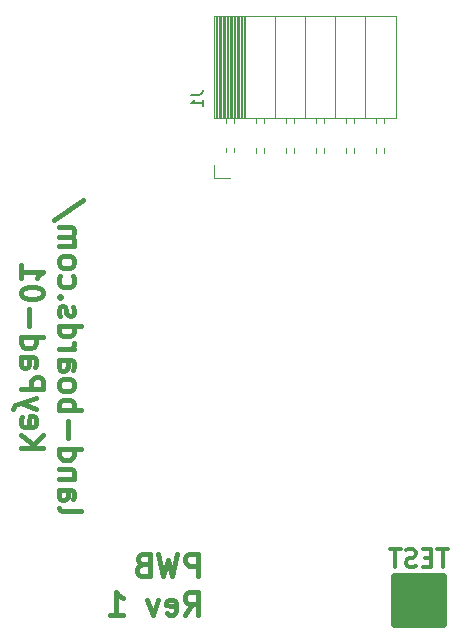
<source format=gbo>
G04 #@! TF.GenerationSoftware,KiCad,Pcbnew,(5.0.2)-1*
G04 #@! TF.CreationDate,2019-09-26T13:37:58-04:00*
G04 #@! TF.ProjectId,JoyPad,4a6f7950-6164-42e6-9b69-6361645f7063,X1*
G04 #@! TF.SameCoordinates,Original*
G04 #@! TF.FileFunction,Legend,Bot*
G04 #@! TF.FilePolarity,Positive*
%FSLAX46Y46*%
G04 Gerber Fmt 4.6, Leading zero omitted, Abs format (unit mm)*
G04 Created by KiCad (PCBNEW (5.0.2)-1) date 9/26/2019 1:37:58 PM*
%MOMM*%
%LPD*%
G01*
G04 APERTURE LIST*
%ADD10C,0.381000*%
%ADD11C,0.120000*%
%ADD12C,0.650000*%
%ADD13C,0.150000*%
%ADD14C,0.304800*%
G04 APERTURE END LIST*
D10*
X17586778Y-42422535D02*
X17586778Y-40517535D01*
X16861064Y-40517535D01*
X16679635Y-40608250D01*
X16588921Y-40698964D01*
X16498207Y-40880392D01*
X16498207Y-41152535D01*
X16588921Y-41333964D01*
X16679635Y-41424678D01*
X16861064Y-41515392D01*
X17586778Y-41515392D01*
X15863207Y-40517535D02*
X15409635Y-42422535D01*
X15046778Y-41061821D01*
X14683921Y-42422535D01*
X14230350Y-40517535D01*
X12869635Y-41424678D02*
X12597492Y-41515392D01*
X12506778Y-41606107D01*
X12416064Y-41787535D01*
X12416064Y-42059678D01*
X12506778Y-42241107D01*
X12597492Y-42331821D01*
X12778921Y-42422535D01*
X13504635Y-42422535D01*
X13504635Y-40517535D01*
X12869635Y-40517535D01*
X12688207Y-40608250D01*
X12597492Y-40698964D01*
X12506778Y-40880392D01*
X12506778Y-41061821D01*
X12597492Y-41243250D01*
X12688207Y-41333964D01*
X12869635Y-41424678D01*
X13504635Y-41424678D01*
X16498207Y-45661035D02*
X17133207Y-44753892D01*
X17586778Y-45661035D02*
X17586778Y-43756035D01*
X16861064Y-43756035D01*
X16679635Y-43846750D01*
X16588921Y-43937464D01*
X16498207Y-44118892D01*
X16498207Y-44391035D01*
X16588921Y-44572464D01*
X16679635Y-44663178D01*
X16861064Y-44753892D01*
X17586778Y-44753892D01*
X14956064Y-45570321D02*
X15137492Y-45661035D01*
X15500350Y-45661035D01*
X15681778Y-45570321D01*
X15772492Y-45388892D01*
X15772492Y-44663178D01*
X15681778Y-44481750D01*
X15500350Y-44391035D01*
X15137492Y-44391035D01*
X14956064Y-44481750D01*
X14865350Y-44663178D01*
X14865350Y-44844607D01*
X15772492Y-45026035D01*
X14230350Y-44391035D02*
X13776778Y-45661035D01*
X13323207Y-44391035D01*
X10148207Y-45661035D02*
X11236778Y-45661035D01*
X10692492Y-45661035D02*
X10692492Y-43756035D01*
X10873921Y-44028178D01*
X11055350Y-44209607D01*
X11236778Y-44300321D01*
X5837464Y-36621357D02*
X5928178Y-36802785D01*
X6109607Y-36893500D01*
X7742464Y-36893500D01*
X5837464Y-35079214D02*
X6835321Y-35079214D01*
X7016749Y-35169928D01*
X7107464Y-35351357D01*
X7107464Y-35714214D01*
X7016749Y-35895642D01*
X5928178Y-35079214D02*
X5837464Y-35260642D01*
X5837464Y-35714214D01*
X5928178Y-35895642D01*
X6109607Y-35986357D01*
X6291035Y-35986357D01*
X6472464Y-35895642D01*
X6563178Y-35714214D01*
X6563178Y-35260642D01*
X6653892Y-35079214D01*
X7107464Y-34172071D02*
X5837464Y-34172071D01*
X6926035Y-34172071D02*
X7016749Y-34081357D01*
X7107464Y-33899928D01*
X7107464Y-33627785D01*
X7016749Y-33446357D01*
X6835321Y-33355642D01*
X5837464Y-33355642D01*
X5837464Y-31632071D02*
X7742464Y-31632071D01*
X5928178Y-31632071D02*
X5837464Y-31813500D01*
X5837464Y-32176357D01*
X5928178Y-32357785D01*
X6018892Y-32448500D01*
X6200321Y-32539214D01*
X6744607Y-32539214D01*
X6926035Y-32448500D01*
X7016749Y-32357785D01*
X7107464Y-32176357D01*
X7107464Y-31813500D01*
X7016749Y-31632071D01*
X6563178Y-30724928D02*
X6563178Y-29273500D01*
X5837464Y-28366357D02*
X7742464Y-28366357D01*
X7016749Y-28366357D02*
X7107464Y-28184928D01*
X7107464Y-27822071D01*
X7016749Y-27640642D01*
X6926035Y-27549928D01*
X6744607Y-27459214D01*
X6200321Y-27459214D01*
X6018892Y-27549928D01*
X5928178Y-27640642D01*
X5837464Y-27822071D01*
X5837464Y-28184928D01*
X5928178Y-28366357D01*
X5837464Y-26370642D02*
X5928178Y-26552071D01*
X6018892Y-26642785D01*
X6200321Y-26733500D01*
X6744607Y-26733500D01*
X6926035Y-26642785D01*
X7016750Y-26552071D01*
X7107464Y-26370642D01*
X7107464Y-26098500D01*
X7016750Y-25917071D01*
X6926035Y-25826357D01*
X6744607Y-25735642D01*
X6200321Y-25735642D01*
X6018892Y-25826357D01*
X5928178Y-25917071D01*
X5837464Y-26098500D01*
X5837464Y-26370642D01*
X5837464Y-24102785D02*
X6835321Y-24102785D01*
X7016750Y-24193500D01*
X7107464Y-24374928D01*
X7107464Y-24737785D01*
X7016750Y-24919214D01*
X5928178Y-24102785D02*
X5837464Y-24284214D01*
X5837464Y-24737785D01*
X5928178Y-24919214D01*
X6109607Y-25009928D01*
X6291035Y-25009928D01*
X6472464Y-24919214D01*
X6563178Y-24737785D01*
X6563178Y-24284214D01*
X6653892Y-24102785D01*
X5837464Y-23195642D02*
X7107464Y-23195642D01*
X6744607Y-23195642D02*
X6926035Y-23104928D01*
X7016750Y-23014214D01*
X7107464Y-22832785D01*
X7107464Y-22651357D01*
X5837464Y-21199928D02*
X7742464Y-21199928D01*
X5928178Y-21199928D02*
X5837464Y-21381357D01*
X5837464Y-21744214D01*
X5928178Y-21925642D01*
X6018892Y-22016357D01*
X6200321Y-22107071D01*
X6744607Y-22107071D01*
X6926035Y-22016357D01*
X7016750Y-21925642D01*
X7107464Y-21744214D01*
X7107464Y-21381357D01*
X7016750Y-21199928D01*
X5928178Y-20383500D02*
X5837464Y-20202071D01*
X5837464Y-19839214D01*
X5928178Y-19657785D01*
X6109607Y-19567071D01*
X6200321Y-19567071D01*
X6381750Y-19657785D01*
X6472464Y-19839214D01*
X6472464Y-20111357D01*
X6563178Y-20292785D01*
X6744607Y-20383500D01*
X6835321Y-20383500D01*
X7016750Y-20292785D01*
X7107464Y-20111357D01*
X7107464Y-19839214D01*
X7016750Y-19657785D01*
X6018892Y-18750642D02*
X5928178Y-18659928D01*
X5837464Y-18750642D01*
X5928178Y-18841357D01*
X6018892Y-18750642D01*
X5837464Y-18750642D01*
X5928178Y-17027071D02*
X5837464Y-17208500D01*
X5837464Y-17571357D01*
X5928178Y-17752785D01*
X6018892Y-17843500D01*
X6200321Y-17934214D01*
X6744607Y-17934214D01*
X6926035Y-17843500D01*
X7016750Y-17752785D01*
X7107464Y-17571357D01*
X7107464Y-17208500D01*
X7016750Y-17027071D01*
X5837464Y-15938500D02*
X5928178Y-16119928D01*
X6018892Y-16210642D01*
X6200321Y-16301357D01*
X6744607Y-16301357D01*
X6926035Y-16210642D01*
X7016750Y-16119928D01*
X7107464Y-15938500D01*
X7107464Y-15666357D01*
X7016750Y-15484928D01*
X6926035Y-15394214D01*
X6744607Y-15303500D01*
X6200321Y-15303500D01*
X6018892Y-15394214D01*
X5928178Y-15484928D01*
X5837464Y-15666357D01*
X5837464Y-15938500D01*
X5837464Y-14487071D02*
X7107464Y-14487071D01*
X6926035Y-14487071D02*
X7016750Y-14396357D01*
X7107464Y-14214928D01*
X7107464Y-13942785D01*
X7016750Y-13761357D01*
X6835321Y-13670642D01*
X5837464Y-13670642D01*
X6835321Y-13670642D02*
X7016750Y-13579928D01*
X7107464Y-13398500D01*
X7107464Y-13126357D01*
X7016750Y-12944928D01*
X6835321Y-12854214D01*
X5837464Y-12854214D01*
X7833178Y-10586357D02*
X5383892Y-12219214D01*
X2598964Y-31586714D02*
X4503964Y-31586714D01*
X2598964Y-30498142D02*
X3687535Y-31314571D01*
X4503964Y-30498142D02*
X3415392Y-31586714D01*
X2689678Y-28956000D02*
X2598964Y-29137428D01*
X2598964Y-29500285D01*
X2689678Y-29681714D01*
X2871107Y-29772428D01*
X3596821Y-29772428D01*
X3778249Y-29681714D01*
X3868964Y-29500285D01*
X3868964Y-29137428D01*
X3778249Y-28956000D01*
X3596821Y-28865285D01*
X3415392Y-28865285D01*
X3233964Y-29772428D01*
X3868964Y-28230285D02*
X2598964Y-27776714D01*
X3868964Y-27323142D02*
X2598964Y-27776714D01*
X2145392Y-27958142D01*
X2054678Y-28048857D01*
X1963964Y-28230285D01*
X2598964Y-26597428D02*
X4503964Y-26597428D01*
X4503964Y-25871714D01*
X4413250Y-25690285D01*
X4322535Y-25599571D01*
X4141107Y-25508857D01*
X3868964Y-25508857D01*
X3687535Y-25599571D01*
X3596821Y-25690285D01*
X3506107Y-25871714D01*
X3506107Y-26597428D01*
X2598964Y-23876000D02*
X3596821Y-23876000D01*
X3778250Y-23966714D01*
X3868964Y-24148142D01*
X3868964Y-24511000D01*
X3778250Y-24692428D01*
X2689678Y-23876000D02*
X2598964Y-24057428D01*
X2598964Y-24511000D01*
X2689678Y-24692428D01*
X2871107Y-24783142D01*
X3052535Y-24783142D01*
X3233964Y-24692428D01*
X3324678Y-24511000D01*
X3324678Y-24057428D01*
X3415392Y-23876000D01*
X2598964Y-22152428D02*
X4503964Y-22152428D01*
X2689678Y-22152428D02*
X2598964Y-22333857D01*
X2598964Y-22696714D01*
X2689678Y-22878142D01*
X2780392Y-22968857D01*
X2961821Y-23059571D01*
X3506107Y-23059571D01*
X3687535Y-22968857D01*
X3778250Y-22878142D01*
X3868964Y-22696714D01*
X3868964Y-22333857D01*
X3778250Y-22152428D01*
X3324678Y-21245285D02*
X3324678Y-19793857D01*
X4503964Y-18523857D02*
X4503964Y-18342428D01*
X4413250Y-18161000D01*
X4322535Y-18070285D01*
X4141107Y-17979571D01*
X3778250Y-17888857D01*
X3324678Y-17888857D01*
X2961821Y-17979571D01*
X2780392Y-18070285D01*
X2689678Y-18161000D01*
X2598964Y-18342428D01*
X2598964Y-18523857D01*
X2689678Y-18705285D01*
X2780392Y-18796000D01*
X2961821Y-18886714D01*
X3324678Y-18977428D01*
X3778250Y-18977428D01*
X4141107Y-18886714D01*
X4322535Y-18796000D01*
X4413250Y-18705285D01*
X4503964Y-18523857D01*
X2598964Y-16074571D02*
X2598964Y-17163142D01*
X2598964Y-16618857D02*
X4503964Y-16618857D01*
X4231821Y-16800285D01*
X4050392Y-16981714D01*
X3959678Y-17163142D01*
D11*
G04 #@! TO.C,J1*
X19110000Y5010000D02*
X19110000Y-3620000D01*
X19228095Y5010000D02*
X19228095Y-3620000D01*
X19346190Y5010000D02*
X19346190Y-3620000D01*
X19464285Y5010000D02*
X19464285Y-3620000D01*
X19582380Y5010000D02*
X19582380Y-3620000D01*
X19700475Y5010000D02*
X19700475Y-3620000D01*
X19818570Y5010000D02*
X19818570Y-3620000D01*
X19936665Y5010000D02*
X19936665Y-3620000D01*
X20054760Y5010000D02*
X20054760Y-3620000D01*
X20172855Y5010000D02*
X20172855Y-3620000D01*
X20290950Y5010000D02*
X20290950Y-3620000D01*
X20409045Y5010000D02*
X20409045Y-3620000D01*
X20527140Y5010000D02*
X20527140Y-3620000D01*
X20645235Y5010000D02*
X20645235Y-3620000D01*
X20763330Y5010000D02*
X20763330Y-3620000D01*
X20881425Y5010000D02*
X20881425Y-3620000D01*
X20999520Y5010000D02*
X20999520Y-3620000D01*
X21117615Y5010000D02*
X21117615Y-3620000D01*
X21235710Y5010000D02*
X21235710Y-3620000D01*
X21353805Y5010000D02*
X21353805Y-3620000D01*
X21471900Y5010000D02*
X21471900Y-3620000D01*
X19960000Y-3620000D02*
X19960000Y-4030000D01*
X19960000Y-6130000D02*
X19960000Y-6510000D01*
X20680000Y-3620000D02*
X20680000Y-4030000D01*
X20680000Y-6130000D02*
X20680000Y-6510000D01*
X22500000Y-3620000D02*
X22500000Y-4030000D01*
X22500000Y-6130000D02*
X22500000Y-6570000D01*
X23220000Y-3620000D02*
X23220000Y-4030000D01*
X23220000Y-6130000D02*
X23220000Y-6570000D01*
X25040000Y-3620000D02*
X25040000Y-4030000D01*
X25040000Y-6130000D02*
X25040000Y-6570000D01*
X25760000Y-3620000D02*
X25760000Y-4030000D01*
X25760000Y-6130000D02*
X25760000Y-6570000D01*
X27580000Y-3620000D02*
X27580000Y-4030000D01*
X27580000Y-6130000D02*
X27580000Y-6570000D01*
X28300000Y-3620000D02*
X28300000Y-4030000D01*
X28300000Y-6130000D02*
X28300000Y-6570000D01*
X30120000Y-3620000D02*
X30120000Y-4030000D01*
X30120000Y-6130000D02*
X30120000Y-6570000D01*
X30840000Y-3620000D02*
X30840000Y-4030000D01*
X30840000Y-6130000D02*
X30840000Y-6570000D01*
X32660000Y-3620000D02*
X32660000Y-4030000D01*
X32660000Y-6130000D02*
X32660000Y-6570000D01*
X33380000Y-3620000D02*
X33380000Y-4030000D01*
X33380000Y-6130000D02*
X33380000Y-6570000D01*
X21590000Y5010000D02*
X21590000Y-3620000D01*
X24130000Y5010000D02*
X24130000Y-3620000D01*
X26670000Y5010000D02*
X26670000Y-3620000D01*
X29210000Y5010000D02*
X29210000Y-3620000D01*
X31750000Y5010000D02*
X31750000Y-3620000D01*
X18990000Y5010000D02*
X18990000Y-3620000D01*
X18990000Y-3620000D02*
X34350000Y-3620000D01*
X34350000Y5010000D02*
X34350000Y-3620000D01*
X18990000Y5010000D02*
X34350000Y5010000D01*
X18990000Y-8730000D02*
X20320000Y-8730000D01*
X18990000Y-7620000D02*
X18990000Y-8730000D01*
D12*
G04 #@! TO.C,TEST*
X34322000Y-42450000D02*
X38322000Y-42450000D01*
X38322000Y-42450000D02*
X38322000Y-46450000D01*
X38322000Y-46450000D02*
X34322000Y-46450000D01*
X34322000Y-46450000D02*
X34322000Y-42450000D01*
X34322000Y-42450000D02*
X34322000Y-42950000D01*
X34322000Y-42950000D02*
X38322000Y-42950000D01*
X38322000Y-42950000D02*
X38322000Y-43450000D01*
X38322000Y-43450000D02*
X34322000Y-43450000D01*
X34322000Y-43450000D02*
X34322000Y-43950000D01*
X34322000Y-43950000D02*
X38322000Y-43950000D01*
X38322000Y-43950000D02*
X38322000Y-44450000D01*
X38322000Y-44450000D02*
X34322000Y-44450000D01*
X34322000Y-44450000D02*
X34322000Y-44950000D01*
X34322000Y-44950000D02*
X37822000Y-44950000D01*
X37822000Y-44950000D02*
X38322000Y-44950000D01*
X38322000Y-44950000D02*
X38322000Y-45450000D01*
X38322000Y-45450000D02*
X34322000Y-45450000D01*
X34322000Y-45450000D02*
X34322000Y-45950000D01*
X34322000Y-45950000D02*
X38322000Y-45950000D01*
G04 #@! TO.C,J1*
D13*
X17002380Y-1636666D02*
X17716666Y-1636666D01*
X17859523Y-1589047D01*
X17954761Y-1493809D01*
X18002380Y-1350952D01*
X18002380Y-1255714D01*
X18002380Y-2636666D02*
X18002380Y-2065238D01*
X18002380Y-2350952D02*
X17002380Y-2350952D01*
X17145238Y-2255714D01*
X17240476Y-2160476D01*
X17288095Y-2065238D01*
G04 #@! TO.C,TEST*
D14*
X38753142Y-40115428D02*
X37882285Y-40115428D01*
X38317714Y-41639428D02*
X38317714Y-40115428D01*
X37374285Y-40841142D02*
X36866285Y-40841142D01*
X36648571Y-41639428D02*
X37374285Y-41639428D01*
X37374285Y-40115428D01*
X36648571Y-40115428D01*
X36068000Y-41566857D02*
X35850285Y-41639428D01*
X35487428Y-41639428D01*
X35342285Y-41566857D01*
X35269714Y-41494285D01*
X35197142Y-41349142D01*
X35197142Y-41204000D01*
X35269714Y-41058857D01*
X35342285Y-40986285D01*
X35487428Y-40913714D01*
X35777714Y-40841142D01*
X35922857Y-40768571D01*
X35995428Y-40696000D01*
X36068000Y-40550857D01*
X36068000Y-40405714D01*
X35995428Y-40260571D01*
X35922857Y-40188000D01*
X35777714Y-40115428D01*
X35414857Y-40115428D01*
X35197142Y-40188000D01*
X34761714Y-40115428D02*
X33890857Y-40115428D01*
X34326285Y-41639428D02*
X34326285Y-40115428D01*
G04 #@! TD*
M02*

</source>
